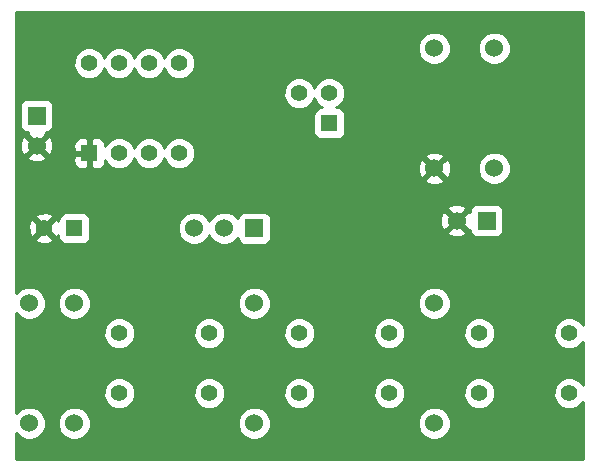
<source format=gbl>
G04 (created by PCBNEW (22-Jun-2014 BZR 4027)-stable) date Fri 01 Jan 2016 12:19:58 PM EST*
%MOIN*%
G04 Gerber Fmt 3.4, Leading zero omitted, Abs format*
%FSLAX34Y34*%
G01*
G70*
G90*
G04 APERTURE LIST*
%ADD10C,0.00590551*%
%ADD11R,0.055X0.055*%
%ADD12C,0.055*%
%ADD13C,0.06*%
%ADD14R,0.06X0.06*%
%ADD15C,0.01*%
G04 APERTURE END LIST*
G54D10*
G54D11*
X57500Y-37500D03*
G54D12*
X57500Y-36500D03*
X56500Y-36500D03*
X65500Y-44500D03*
X65500Y-46500D03*
X62500Y-44500D03*
X62500Y-46500D03*
X56500Y-46500D03*
X56500Y-44500D03*
X59500Y-46500D03*
X59500Y-44500D03*
X53500Y-44500D03*
X53500Y-46500D03*
X50500Y-44500D03*
X50500Y-46500D03*
G54D13*
X61000Y-43500D03*
X61000Y-47500D03*
X55000Y-47500D03*
X55000Y-43500D03*
X49000Y-43500D03*
X49000Y-47500D03*
X47500Y-47500D03*
X47500Y-43500D03*
X61000Y-39000D03*
X61000Y-35000D03*
X63000Y-35000D03*
X63000Y-39000D03*
G54D14*
X55000Y-41000D03*
G54D13*
X54000Y-41000D03*
X53000Y-41000D03*
G54D14*
X62750Y-40750D03*
G54D13*
X61750Y-40750D03*
G54D14*
X47750Y-37250D03*
G54D13*
X47750Y-38250D03*
G54D11*
X49500Y-38500D03*
G54D12*
X50500Y-38500D03*
X51500Y-38500D03*
X52500Y-38500D03*
X52500Y-35500D03*
X51500Y-35500D03*
X50500Y-35500D03*
X49500Y-35500D03*
G54D11*
X49000Y-41000D03*
G54D12*
X48000Y-41000D03*
G54D10*
G36*
X65950Y-48700D02*
X63550Y-48700D01*
X63550Y-38891D01*
X63550Y-34891D01*
X63466Y-34688D01*
X63311Y-34534D01*
X63109Y-34450D01*
X62891Y-34449D01*
X62688Y-34533D01*
X62534Y-34688D01*
X62450Y-34890D01*
X62449Y-35108D01*
X62533Y-35311D01*
X62688Y-35465D01*
X62890Y-35549D01*
X63108Y-35550D01*
X63311Y-35466D01*
X63465Y-35311D01*
X63549Y-35109D01*
X63550Y-34891D01*
X63550Y-38891D01*
X63466Y-38688D01*
X63311Y-38534D01*
X63109Y-38450D01*
X62891Y-38449D01*
X62688Y-38533D01*
X62534Y-38688D01*
X62450Y-38890D01*
X62449Y-39108D01*
X62533Y-39311D01*
X62688Y-39465D01*
X62890Y-39549D01*
X63108Y-39550D01*
X63311Y-39466D01*
X63465Y-39311D01*
X63549Y-39109D01*
X63550Y-38891D01*
X63550Y-48700D01*
X63300Y-48700D01*
X63300Y-41000D01*
X63300Y-40400D01*
X63262Y-40308D01*
X63191Y-40238D01*
X63099Y-40200D01*
X63000Y-40199D01*
X62400Y-40199D01*
X62308Y-40237D01*
X62238Y-40308D01*
X62200Y-40400D01*
X62199Y-40453D01*
X62135Y-40434D01*
X62065Y-40505D01*
X62065Y-40364D01*
X62037Y-40268D01*
X61831Y-40195D01*
X61613Y-40206D01*
X61554Y-40230D01*
X61554Y-39081D01*
X61550Y-38988D01*
X61550Y-34891D01*
X61466Y-34688D01*
X61311Y-34534D01*
X61109Y-34450D01*
X60891Y-34449D01*
X60688Y-34533D01*
X60534Y-34688D01*
X60450Y-34890D01*
X60449Y-35108D01*
X60533Y-35311D01*
X60688Y-35465D01*
X60890Y-35549D01*
X61108Y-35550D01*
X61311Y-35466D01*
X61465Y-35311D01*
X61549Y-35109D01*
X61550Y-34891D01*
X61550Y-38988D01*
X61543Y-38863D01*
X61481Y-38712D01*
X61385Y-38684D01*
X61315Y-38755D01*
X61315Y-38614D01*
X61287Y-38518D01*
X61081Y-38445D01*
X60863Y-38456D01*
X60712Y-38518D01*
X60684Y-38614D01*
X61000Y-38929D01*
X61315Y-38614D01*
X61315Y-38755D01*
X61070Y-39000D01*
X61385Y-39315D01*
X61481Y-39287D01*
X61554Y-39081D01*
X61554Y-40230D01*
X61462Y-40268D01*
X61434Y-40364D01*
X61750Y-40679D01*
X62065Y-40364D01*
X62065Y-40505D01*
X61820Y-40750D01*
X62135Y-41065D01*
X62199Y-41046D01*
X62199Y-41099D01*
X62237Y-41191D01*
X62308Y-41261D01*
X62400Y-41299D01*
X62499Y-41300D01*
X63099Y-41300D01*
X63191Y-41262D01*
X63261Y-41191D01*
X63299Y-41099D01*
X63300Y-41000D01*
X63300Y-48700D01*
X63025Y-48700D01*
X63025Y-46396D01*
X63025Y-44396D01*
X62945Y-44203D01*
X62797Y-44055D01*
X62604Y-43975D01*
X62396Y-43974D01*
X62203Y-44054D01*
X62065Y-44192D01*
X62065Y-41135D01*
X61750Y-40820D01*
X61679Y-40891D01*
X61679Y-40750D01*
X61364Y-40434D01*
X61315Y-40448D01*
X61315Y-39385D01*
X61000Y-39070D01*
X60929Y-39141D01*
X60929Y-39000D01*
X60614Y-38684D01*
X60518Y-38712D01*
X60445Y-38918D01*
X60456Y-39136D01*
X60518Y-39287D01*
X60614Y-39315D01*
X60929Y-39000D01*
X60929Y-39141D01*
X60684Y-39385D01*
X60712Y-39481D01*
X60918Y-39554D01*
X61136Y-39543D01*
X61287Y-39481D01*
X61315Y-39385D01*
X61315Y-40448D01*
X61268Y-40462D01*
X61195Y-40668D01*
X61206Y-40886D01*
X61268Y-41037D01*
X61364Y-41065D01*
X61679Y-40750D01*
X61679Y-40891D01*
X61434Y-41135D01*
X61462Y-41231D01*
X61668Y-41304D01*
X61886Y-41293D01*
X62037Y-41231D01*
X62065Y-41135D01*
X62065Y-44192D01*
X62055Y-44202D01*
X61975Y-44395D01*
X61974Y-44603D01*
X62054Y-44797D01*
X62202Y-44944D01*
X62395Y-45024D01*
X62603Y-45025D01*
X62797Y-44945D01*
X62944Y-44797D01*
X63024Y-44604D01*
X63025Y-44396D01*
X63025Y-46396D01*
X62945Y-46203D01*
X62797Y-46055D01*
X62604Y-45975D01*
X62396Y-45974D01*
X62203Y-46054D01*
X62055Y-46202D01*
X61975Y-46395D01*
X61974Y-46603D01*
X62054Y-46797D01*
X62202Y-46944D01*
X62395Y-47024D01*
X62603Y-47025D01*
X62797Y-46945D01*
X62944Y-46797D01*
X63024Y-46604D01*
X63025Y-46396D01*
X63025Y-48700D01*
X61550Y-48700D01*
X61550Y-47391D01*
X61550Y-43391D01*
X61466Y-43188D01*
X61311Y-43034D01*
X61109Y-42950D01*
X60891Y-42949D01*
X60688Y-43033D01*
X60534Y-43188D01*
X60450Y-43390D01*
X60449Y-43608D01*
X60533Y-43811D01*
X60688Y-43965D01*
X60890Y-44049D01*
X61108Y-44050D01*
X61311Y-43966D01*
X61465Y-43811D01*
X61549Y-43609D01*
X61550Y-43391D01*
X61550Y-47391D01*
X61466Y-47188D01*
X61311Y-47034D01*
X61109Y-46950D01*
X60891Y-46949D01*
X60688Y-47033D01*
X60534Y-47188D01*
X60450Y-47390D01*
X60449Y-47608D01*
X60533Y-47811D01*
X60688Y-47965D01*
X60890Y-48049D01*
X61108Y-48050D01*
X61311Y-47966D01*
X61465Y-47811D01*
X61549Y-47609D01*
X61550Y-47391D01*
X61550Y-48700D01*
X60025Y-48700D01*
X60025Y-46396D01*
X60025Y-44396D01*
X59945Y-44203D01*
X59797Y-44055D01*
X59604Y-43975D01*
X59396Y-43974D01*
X59203Y-44054D01*
X59055Y-44202D01*
X58975Y-44395D01*
X58974Y-44603D01*
X59054Y-44797D01*
X59202Y-44944D01*
X59395Y-45024D01*
X59603Y-45025D01*
X59797Y-44945D01*
X59944Y-44797D01*
X60024Y-44604D01*
X60025Y-44396D01*
X60025Y-46396D01*
X59945Y-46203D01*
X59797Y-46055D01*
X59604Y-45975D01*
X59396Y-45974D01*
X59203Y-46054D01*
X59055Y-46202D01*
X58975Y-46395D01*
X58974Y-46603D01*
X59054Y-46797D01*
X59202Y-46944D01*
X59395Y-47024D01*
X59603Y-47025D01*
X59797Y-46945D01*
X59944Y-46797D01*
X60024Y-46604D01*
X60025Y-46396D01*
X60025Y-48700D01*
X58025Y-48700D01*
X58025Y-36396D01*
X57945Y-36203D01*
X57797Y-36055D01*
X57604Y-35975D01*
X57396Y-35974D01*
X57203Y-36054D01*
X57055Y-36202D01*
X56999Y-36335D01*
X56945Y-36203D01*
X56797Y-36055D01*
X56604Y-35975D01*
X56396Y-35974D01*
X56203Y-36054D01*
X56055Y-36202D01*
X55975Y-36395D01*
X55974Y-36603D01*
X56054Y-36797D01*
X56202Y-36944D01*
X56395Y-37024D01*
X56603Y-37025D01*
X56797Y-36945D01*
X56944Y-36797D01*
X57000Y-36664D01*
X57054Y-36797D01*
X57202Y-36944D01*
X57274Y-36974D01*
X57175Y-36974D01*
X57083Y-37012D01*
X57013Y-37083D01*
X56975Y-37175D01*
X56974Y-37274D01*
X56974Y-37824D01*
X57012Y-37916D01*
X57083Y-37986D01*
X57175Y-38024D01*
X57274Y-38025D01*
X57824Y-38025D01*
X57916Y-37987D01*
X57986Y-37916D01*
X58024Y-37824D01*
X58025Y-37725D01*
X58025Y-37175D01*
X57987Y-37083D01*
X57916Y-37013D01*
X57824Y-36975D01*
X57725Y-36974D01*
X57725Y-36974D01*
X57797Y-36945D01*
X57944Y-36797D01*
X58024Y-36604D01*
X58025Y-36396D01*
X58025Y-48700D01*
X57025Y-48700D01*
X57025Y-46396D01*
X57025Y-44396D01*
X56945Y-44203D01*
X56797Y-44055D01*
X56604Y-43975D01*
X56396Y-43974D01*
X56203Y-44054D01*
X56055Y-44202D01*
X55975Y-44395D01*
X55974Y-44603D01*
X56054Y-44797D01*
X56202Y-44944D01*
X56395Y-45024D01*
X56603Y-45025D01*
X56797Y-44945D01*
X56944Y-44797D01*
X57024Y-44604D01*
X57025Y-44396D01*
X57025Y-46396D01*
X56945Y-46203D01*
X56797Y-46055D01*
X56604Y-45975D01*
X56396Y-45974D01*
X56203Y-46054D01*
X56055Y-46202D01*
X55975Y-46395D01*
X55974Y-46603D01*
X56054Y-46797D01*
X56202Y-46944D01*
X56395Y-47024D01*
X56603Y-47025D01*
X56797Y-46945D01*
X56944Y-46797D01*
X57024Y-46604D01*
X57025Y-46396D01*
X57025Y-48700D01*
X55550Y-48700D01*
X55550Y-47391D01*
X55550Y-43391D01*
X55550Y-43390D01*
X55550Y-41250D01*
X55550Y-40650D01*
X55512Y-40558D01*
X55441Y-40488D01*
X55349Y-40450D01*
X55250Y-40449D01*
X54650Y-40449D01*
X54558Y-40487D01*
X54488Y-40558D01*
X54450Y-40650D01*
X54450Y-40672D01*
X54311Y-40534D01*
X54109Y-40450D01*
X53891Y-40449D01*
X53688Y-40533D01*
X53534Y-40688D01*
X53500Y-40769D01*
X53466Y-40688D01*
X53311Y-40534D01*
X53109Y-40450D01*
X53025Y-40450D01*
X53025Y-38396D01*
X53025Y-35396D01*
X52945Y-35203D01*
X52797Y-35055D01*
X52604Y-34975D01*
X52396Y-34974D01*
X52203Y-35054D01*
X52055Y-35202D01*
X51999Y-35335D01*
X51945Y-35203D01*
X51797Y-35055D01*
X51604Y-34975D01*
X51396Y-34974D01*
X51203Y-35054D01*
X51055Y-35202D01*
X50999Y-35335D01*
X50945Y-35203D01*
X50797Y-35055D01*
X50604Y-34975D01*
X50396Y-34974D01*
X50203Y-35054D01*
X50055Y-35202D01*
X49999Y-35335D01*
X49945Y-35203D01*
X49797Y-35055D01*
X49604Y-34975D01*
X49396Y-34974D01*
X49203Y-35054D01*
X49055Y-35202D01*
X48975Y-35395D01*
X48974Y-35603D01*
X49054Y-35797D01*
X49202Y-35944D01*
X49395Y-36024D01*
X49603Y-36025D01*
X49797Y-35945D01*
X49944Y-35797D01*
X50000Y-35664D01*
X50054Y-35797D01*
X50202Y-35944D01*
X50395Y-36024D01*
X50603Y-36025D01*
X50797Y-35945D01*
X50944Y-35797D01*
X51000Y-35664D01*
X51054Y-35797D01*
X51202Y-35944D01*
X51395Y-36024D01*
X51603Y-36025D01*
X51797Y-35945D01*
X51944Y-35797D01*
X52000Y-35664D01*
X52054Y-35797D01*
X52202Y-35944D01*
X52395Y-36024D01*
X52603Y-36025D01*
X52797Y-35945D01*
X52944Y-35797D01*
X53024Y-35604D01*
X53025Y-35396D01*
X53025Y-38396D01*
X52945Y-38203D01*
X52797Y-38055D01*
X52604Y-37975D01*
X52396Y-37974D01*
X52203Y-38054D01*
X52055Y-38202D01*
X51999Y-38335D01*
X51945Y-38203D01*
X51797Y-38055D01*
X51604Y-37975D01*
X51396Y-37974D01*
X51203Y-38054D01*
X51055Y-38202D01*
X50999Y-38335D01*
X50945Y-38203D01*
X50797Y-38055D01*
X50604Y-37975D01*
X50396Y-37974D01*
X50203Y-38054D01*
X50055Y-38202D01*
X50025Y-38274D01*
X50025Y-38274D01*
X50024Y-38175D01*
X49986Y-38083D01*
X49916Y-38012D01*
X49824Y-37974D01*
X49612Y-37975D01*
X49550Y-38037D01*
X49550Y-38450D01*
X49557Y-38450D01*
X49557Y-38550D01*
X49550Y-38550D01*
X49550Y-38962D01*
X49612Y-39025D01*
X49824Y-39025D01*
X49916Y-38987D01*
X49986Y-38916D01*
X50024Y-38824D01*
X50025Y-38725D01*
X50025Y-38725D01*
X50054Y-38797D01*
X50202Y-38944D01*
X50395Y-39024D01*
X50603Y-39025D01*
X50797Y-38945D01*
X50944Y-38797D01*
X51000Y-38664D01*
X51054Y-38797D01*
X51202Y-38944D01*
X51395Y-39024D01*
X51603Y-39025D01*
X51797Y-38945D01*
X51944Y-38797D01*
X52000Y-38664D01*
X52054Y-38797D01*
X52202Y-38944D01*
X52395Y-39024D01*
X52603Y-39025D01*
X52797Y-38945D01*
X52944Y-38797D01*
X53024Y-38604D01*
X53025Y-38396D01*
X53025Y-40450D01*
X52891Y-40449D01*
X52688Y-40533D01*
X52534Y-40688D01*
X52450Y-40890D01*
X52449Y-41108D01*
X52533Y-41311D01*
X52688Y-41465D01*
X52890Y-41549D01*
X53108Y-41550D01*
X53311Y-41466D01*
X53465Y-41311D01*
X53499Y-41230D01*
X53533Y-41311D01*
X53688Y-41465D01*
X53890Y-41549D01*
X54108Y-41550D01*
X54311Y-41466D01*
X54449Y-41327D01*
X54449Y-41349D01*
X54487Y-41441D01*
X54558Y-41511D01*
X54650Y-41549D01*
X54749Y-41550D01*
X55349Y-41550D01*
X55441Y-41512D01*
X55511Y-41441D01*
X55549Y-41349D01*
X55550Y-41250D01*
X55550Y-43390D01*
X55466Y-43188D01*
X55311Y-43034D01*
X55109Y-42950D01*
X54891Y-42949D01*
X54688Y-43033D01*
X54534Y-43188D01*
X54450Y-43390D01*
X54449Y-43608D01*
X54533Y-43811D01*
X54688Y-43965D01*
X54890Y-44049D01*
X55108Y-44050D01*
X55311Y-43966D01*
X55465Y-43811D01*
X55549Y-43609D01*
X55550Y-43391D01*
X55550Y-47391D01*
X55466Y-47188D01*
X55311Y-47034D01*
X55109Y-46950D01*
X54891Y-46949D01*
X54688Y-47033D01*
X54534Y-47188D01*
X54450Y-47390D01*
X54449Y-47608D01*
X54533Y-47811D01*
X54688Y-47965D01*
X54890Y-48049D01*
X55108Y-48050D01*
X55311Y-47966D01*
X55465Y-47811D01*
X55549Y-47609D01*
X55550Y-47391D01*
X55550Y-48700D01*
X54025Y-48700D01*
X54025Y-46396D01*
X54025Y-44396D01*
X53945Y-44203D01*
X53797Y-44055D01*
X53604Y-43975D01*
X53396Y-43974D01*
X53203Y-44054D01*
X53055Y-44202D01*
X52975Y-44395D01*
X52974Y-44603D01*
X53054Y-44797D01*
X53202Y-44944D01*
X53395Y-45024D01*
X53603Y-45025D01*
X53797Y-44945D01*
X53944Y-44797D01*
X54024Y-44604D01*
X54025Y-44396D01*
X54025Y-46396D01*
X53945Y-46203D01*
X53797Y-46055D01*
X53604Y-45975D01*
X53396Y-45974D01*
X53203Y-46054D01*
X53055Y-46202D01*
X52975Y-46395D01*
X52974Y-46603D01*
X53054Y-46797D01*
X53202Y-46944D01*
X53395Y-47024D01*
X53603Y-47025D01*
X53797Y-46945D01*
X53944Y-46797D01*
X54024Y-46604D01*
X54025Y-46396D01*
X54025Y-48700D01*
X51025Y-48700D01*
X51025Y-46396D01*
X51025Y-44396D01*
X50945Y-44203D01*
X50797Y-44055D01*
X50604Y-43975D01*
X50396Y-43974D01*
X50203Y-44054D01*
X50055Y-44202D01*
X49975Y-44395D01*
X49974Y-44603D01*
X50054Y-44797D01*
X50202Y-44944D01*
X50395Y-45024D01*
X50603Y-45025D01*
X50797Y-44945D01*
X50944Y-44797D01*
X51024Y-44604D01*
X51025Y-44396D01*
X51025Y-46396D01*
X50945Y-46203D01*
X50797Y-46055D01*
X50604Y-45975D01*
X50396Y-45974D01*
X50203Y-46054D01*
X50055Y-46202D01*
X49975Y-46395D01*
X49974Y-46603D01*
X50054Y-46797D01*
X50202Y-46944D01*
X50395Y-47024D01*
X50603Y-47025D01*
X50797Y-46945D01*
X50944Y-46797D01*
X51024Y-46604D01*
X51025Y-46396D01*
X51025Y-48700D01*
X49550Y-48700D01*
X49550Y-47391D01*
X49550Y-43391D01*
X49525Y-43330D01*
X49525Y-41225D01*
X49525Y-40675D01*
X49487Y-40583D01*
X49450Y-40546D01*
X49450Y-38962D01*
X49450Y-38550D01*
X49450Y-38450D01*
X49450Y-38037D01*
X49387Y-37975D01*
X49175Y-37974D01*
X49083Y-38012D01*
X49013Y-38083D01*
X48975Y-38175D01*
X48974Y-38274D01*
X48975Y-38387D01*
X49037Y-38450D01*
X49450Y-38450D01*
X49450Y-38550D01*
X49037Y-38550D01*
X48975Y-38612D01*
X48974Y-38725D01*
X48975Y-38824D01*
X49013Y-38916D01*
X49083Y-38987D01*
X49175Y-39025D01*
X49387Y-39025D01*
X49450Y-38962D01*
X49450Y-40546D01*
X49416Y-40513D01*
X49324Y-40475D01*
X49225Y-40474D01*
X48675Y-40474D01*
X48583Y-40512D01*
X48513Y-40583D01*
X48475Y-40675D01*
X48474Y-40762D01*
X48460Y-40727D01*
X48367Y-40702D01*
X48304Y-40765D01*
X48304Y-38331D01*
X48300Y-38237D01*
X48300Y-37500D01*
X48300Y-36900D01*
X48262Y-36808D01*
X48191Y-36738D01*
X48099Y-36700D01*
X48000Y-36699D01*
X47400Y-36699D01*
X47308Y-36737D01*
X47238Y-36808D01*
X47200Y-36900D01*
X47199Y-36999D01*
X47199Y-37599D01*
X47237Y-37691D01*
X47308Y-37761D01*
X47400Y-37799D01*
X47453Y-37800D01*
X47434Y-37864D01*
X47750Y-38179D01*
X48065Y-37864D01*
X48046Y-37800D01*
X48099Y-37800D01*
X48191Y-37762D01*
X48261Y-37691D01*
X48299Y-37599D01*
X48300Y-37500D01*
X48300Y-38237D01*
X48293Y-38113D01*
X48231Y-37962D01*
X48135Y-37934D01*
X47820Y-38250D01*
X48135Y-38565D01*
X48231Y-38537D01*
X48304Y-38331D01*
X48304Y-40765D01*
X48297Y-40773D01*
X48297Y-40632D01*
X48272Y-40539D01*
X48075Y-40470D01*
X48065Y-40470D01*
X48065Y-38635D01*
X47750Y-38320D01*
X47679Y-38391D01*
X47679Y-38250D01*
X47364Y-37934D01*
X47268Y-37962D01*
X47195Y-38168D01*
X47206Y-38386D01*
X47268Y-38537D01*
X47364Y-38565D01*
X47679Y-38250D01*
X47679Y-38391D01*
X47434Y-38635D01*
X47462Y-38731D01*
X47668Y-38804D01*
X47886Y-38793D01*
X48037Y-38731D01*
X48065Y-38635D01*
X48065Y-40470D01*
X47867Y-40481D01*
X47727Y-40539D01*
X47702Y-40632D01*
X48000Y-40929D01*
X48297Y-40632D01*
X48297Y-40773D01*
X48070Y-41000D01*
X48367Y-41297D01*
X48460Y-41272D01*
X48474Y-41231D01*
X48474Y-41324D01*
X48512Y-41416D01*
X48583Y-41486D01*
X48675Y-41524D01*
X48774Y-41525D01*
X49324Y-41525D01*
X49416Y-41487D01*
X49486Y-41416D01*
X49524Y-41324D01*
X49525Y-41225D01*
X49525Y-43330D01*
X49466Y-43188D01*
X49311Y-43034D01*
X49109Y-42950D01*
X48891Y-42949D01*
X48688Y-43033D01*
X48534Y-43188D01*
X48450Y-43390D01*
X48449Y-43608D01*
X48533Y-43811D01*
X48688Y-43965D01*
X48890Y-44049D01*
X49108Y-44050D01*
X49311Y-43966D01*
X49465Y-43811D01*
X49549Y-43609D01*
X49550Y-43391D01*
X49550Y-47391D01*
X49466Y-47188D01*
X49311Y-47034D01*
X49109Y-46950D01*
X48891Y-46949D01*
X48688Y-47033D01*
X48534Y-47188D01*
X48450Y-47390D01*
X48449Y-47608D01*
X48533Y-47811D01*
X48688Y-47965D01*
X48890Y-48049D01*
X49108Y-48050D01*
X49311Y-47966D01*
X49465Y-47811D01*
X49549Y-47609D01*
X49550Y-47391D01*
X49550Y-48700D01*
X48297Y-48700D01*
X48297Y-41367D01*
X48000Y-41070D01*
X47929Y-41141D01*
X47929Y-41000D01*
X47632Y-40702D01*
X47539Y-40727D01*
X47470Y-40924D01*
X47481Y-41132D01*
X47539Y-41272D01*
X47632Y-41297D01*
X47929Y-41000D01*
X47929Y-41141D01*
X47702Y-41367D01*
X47727Y-41460D01*
X47924Y-41529D01*
X48132Y-41518D01*
X48272Y-41460D01*
X48297Y-41367D01*
X48297Y-48700D01*
X47050Y-48700D01*
X47050Y-48000D01*
X47050Y-47827D01*
X47188Y-47965D01*
X47390Y-48049D01*
X47608Y-48050D01*
X47811Y-47966D01*
X47965Y-47811D01*
X48049Y-47609D01*
X48050Y-47391D01*
X47966Y-47188D01*
X47811Y-47034D01*
X47609Y-46950D01*
X47391Y-46949D01*
X47188Y-47033D01*
X47050Y-47172D01*
X47050Y-43827D01*
X47188Y-43965D01*
X47390Y-44049D01*
X47608Y-44050D01*
X47811Y-43966D01*
X47965Y-43811D01*
X48049Y-43609D01*
X48050Y-43391D01*
X47966Y-43188D01*
X47811Y-43034D01*
X47609Y-42950D01*
X47391Y-42949D01*
X47188Y-43033D01*
X47050Y-43172D01*
X47050Y-34500D01*
X47050Y-34000D01*
X47050Y-33800D01*
X65750Y-33800D01*
X65950Y-33800D01*
X65950Y-34000D01*
X65950Y-34500D01*
X65950Y-44214D01*
X65945Y-44203D01*
X65797Y-44055D01*
X65604Y-43975D01*
X65396Y-43974D01*
X65203Y-44054D01*
X65055Y-44202D01*
X64975Y-44395D01*
X64974Y-44603D01*
X65054Y-44797D01*
X65202Y-44944D01*
X65395Y-45024D01*
X65603Y-45025D01*
X65797Y-44945D01*
X65944Y-44797D01*
X65950Y-44785D01*
X65950Y-46214D01*
X65945Y-46203D01*
X65797Y-46055D01*
X65604Y-45975D01*
X65396Y-45974D01*
X65203Y-46054D01*
X65055Y-46202D01*
X64975Y-46395D01*
X64974Y-46603D01*
X65054Y-46797D01*
X65202Y-46944D01*
X65395Y-47024D01*
X65603Y-47025D01*
X65797Y-46945D01*
X65944Y-46797D01*
X65950Y-46785D01*
X65950Y-48000D01*
X65950Y-48700D01*
X65950Y-48700D01*
G37*
G54D15*
X65950Y-48700D02*
X63550Y-48700D01*
X63550Y-38891D01*
X63550Y-34891D01*
X63466Y-34688D01*
X63311Y-34534D01*
X63109Y-34450D01*
X62891Y-34449D01*
X62688Y-34533D01*
X62534Y-34688D01*
X62450Y-34890D01*
X62449Y-35108D01*
X62533Y-35311D01*
X62688Y-35465D01*
X62890Y-35549D01*
X63108Y-35550D01*
X63311Y-35466D01*
X63465Y-35311D01*
X63549Y-35109D01*
X63550Y-34891D01*
X63550Y-38891D01*
X63466Y-38688D01*
X63311Y-38534D01*
X63109Y-38450D01*
X62891Y-38449D01*
X62688Y-38533D01*
X62534Y-38688D01*
X62450Y-38890D01*
X62449Y-39108D01*
X62533Y-39311D01*
X62688Y-39465D01*
X62890Y-39549D01*
X63108Y-39550D01*
X63311Y-39466D01*
X63465Y-39311D01*
X63549Y-39109D01*
X63550Y-38891D01*
X63550Y-48700D01*
X63300Y-48700D01*
X63300Y-41000D01*
X63300Y-40400D01*
X63262Y-40308D01*
X63191Y-40238D01*
X63099Y-40200D01*
X63000Y-40199D01*
X62400Y-40199D01*
X62308Y-40237D01*
X62238Y-40308D01*
X62200Y-40400D01*
X62199Y-40453D01*
X62135Y-40434D01*
X62065Y-40505D01*
X62065Y-40364D01*
X62037Y-40268D01*
X61831Y-40195D01*
X61613Y-40206D01*
X61554Y-40230D01*
X61554Y-39081D01*
X61550Y-38988D01*
X61550Y-34891D01*
X61466Y-34688D01*
X61311Y-34534D01*
X61109Y-34450D01*
X60891Y-34449D01*
X60688Y-34533D01*
X60534Y-34688D01*
X60450Y-34890D01*
X60449Y-35108D01*
X60533Y-35311D01*
X60688Y-35465D01*
X60890Y-35549D01*
X61108Y-35550D01*
X61311Y-35466D01*
X61465Y-35311D01*
X61549Y-35109D01*
X61550Y-34891D01*
X61550Y-38988D01*
X61543Y-38863D01*
X61481Y-38712D01*
X61385Y-38684D01*
X61315Y-38755D01*
X61315Y-38614D01*
X61287Y-38518D01*
X61081Y-38445D01*
X60863Y-38456D01*
X60712Y-38518D01*
X60684Y-38614D01*
X61000Y-38929D01*
X61315Y-38614D01*
X61315Y-38755D01*
X61070Y-39000D01*
X61385Y-39315D01*
X61481Y-39287D01*
X61554Y-39081D01*
X61554Y-40230D01*
X61462Y-40268D01*
X61434Y-40364D01*
X61750Y-40679D01*
X62065Y-40364D01*
X62065Y-40505D01*
X61820Y-40750D01*
X62135Y-41065D01*
X62199Y-41046D01*
X62199Y-41099D01*
X62237Y-41191D01*
X62308Y-41261D01*
X62400Y-41299D01*
X62499Y-41300D01*
X63099Y-41300D01*
X63191Y-41262D01*
X63261Y-41191D01*
X63299Y-41099D01*
X63300Y-41000D01*
X63300Y-48700D01*
X63025Y-48700D01*
X63025Y-46396D01*
X63025Y-44396D01*
X62945Y-44203D01*
X62797Y-44055D01*
X62604Y-43975D01*
X62396Y-43974D01*
X62203Y-44054D01*
X62065Y-44192D01*
X62065Y-41135D01*
X61750Y-40820D01*
X61679Y-40891D01*
X61679Y-40750D01*
X61364Y-40434D01*
X61315Y-40448D01*
X61315Y-39385D01*
X61000Y-39070D01*
X60929Y-39141D01*
X60929Y-39000D01*
X60614Y-38684D01*
X60518Y-38712D01*
X60445Y-38918D01*
X60456Y-39136D01*
X60518Y-39287D01*
X60614Y-39315D01*
X60929Y-39000D01*
X60929Y-39141D01*
X60684Y-39385D01*
X60712Y-39481D01*
X60918Y-39554D01*
X61136Y-39543D01*
X61287Y-39481D01*
X61315Y-39385D01*
X61315Y-40448D01*
X61268Y-40462D01*
X61195Y-40668D01*
X61206Y-40886D01*
X61268Y-41037D01*
X61364Y-41065D01*
X61679Y-40750D01*
X61679Y-40891D01*
X61434Y-41135D01*
X61462Y-41231D01*
X61668Y-41304D01*
X61886Y-41293D01*
X62037Y-41231D01*
X62065Y-41135D01*
X62065Y-44192D01*
X62055Y-44202D01*
X61975Y-44395D01*
X61974Y-44603D01*
X62054Y-44797D01*
X62202Y-44944D01*
X62395Y-45024D01*
X62603Y-45025D01*
X62797Y-44945D01*
X62944Y-44797D01*
X63024Y-44604D01*
X63025Y-44396D01*
X63025Y-46396D01*
X62945Y-46203D01*
X62797Y-46055D01*
X62604Y-45975D01*
X62396Y-45974D01*
X62203Y-46054D01*
X62055Y-46202D01*
X61975Y-46395D01*
X61974Y-46603D01*
X62054Y-46797D01*
X62202Y-46944D01*
X62395Y-47024D01*
X62603Y-47025D01*
X62797Y-46945D01*
X62944Y-46797D01*
X63024Y-46604D01*
X63025Y-46396D01*
X63025Y-48700D01*
X61550Y-48700D01*
X61550Y-47391D01*
X61550Y-43391D01*
X61466Y-43188D01*
X61311Y-43034D01*
X61109Y-42950D01*
X60891Y-42949D01*
X60688Y-43033D01*
X60534Y-43188D01*
X60450Y-43390D01*
X60449Y-43608D01*
X60533Y-43811D01*
X60688Y-43965D01*
X60890Y-44049D01*
X61108Y-44050D01*
X61311Y-43966D01*
X61465Y-43811D01*
X61549Y-43609D01*
X61550Y-43391D01*
X61550Y-47391D01*
X61466Y-47188D01*
X61311Y-47034D01*
X61109Y-46950D01*
X60891Y-46949D01*
X60688Y-47033D01*
X60534Y-47188D01*
X60450Y-47390D01*
X60449Y-47608D01*
X60533Y-47811D01*
X60688Y-47965D01*
X60890Y-48049D01*
X61108Y-48050D01*
X61311Y-47966D01*
X61465Y-47811D01*
X61549Y-47609D01*
X61550Y-47391D01*
X61550Y-48700D01*
X60025Y-48700D01*
X60025Y-46396D01*
X60025Y-44396D01*
X59945Y-44203D01*
X59797Y-44055D01*
X59604Y-43975D01*
X59396Y-43974D01*
X59203Y-44054D01*
X59055Y-44202D01*
X58975Y-44395D01*
X58974Y-44603D01*
X59054Y-44797D01*
X59202Y-44944D01*
X59395Y-45024D01*
X59603Y-45025D01*
X59797Y-44945D01*
X59944Y-44797D01*
X60024Y-44604D01*
X60025Y-44396D01*
X60025Y-46396D01*
X59945Y-46203D01*
X59797Y-46055D01*
X59604Y-45975D01*
X59396Y-45974D01*
X59203Y-46054D01*
X59055Y-46202D01*
X58975Y-46395D01*
X58974Y-46603D01*
X59054Y-46797D01*
X59202Y-46944D01*
X59395Y-47024D01*
X59603Y-47025D01*
X59797Y-46945D01*
X59944Y-46797D01*
X60024Y-46604D01*
X60025Y-46396D01*
X60025Y-48700D01*
X58025Y-48700D01*
X58025Y-36396D01*
X57945Y-36203D01*
X57797Y-36055D01*
X57604Y-35975D01*
X57396Y-35974D01*
X57203Y-36054D01*
X57055Y-36202D01*
X56999Y-36335D01*
X56945Y-36203D01*
X56797Y-36055D01*
X56604Y-35975D01*
X56396Y-35974D01*
X56203Y-36054D01*
X56055Y-36202D01*
X55975Y-36395D01*
X55974Y-36603D01*
X56054Y-36797D01*
X56202Y-36944D01*
X56395Y-37024D01*
X56603Y-37025D01*
X56797Y-36945D01*
X56944Y-36797D01*
X57000Y-36664D01*
X57054Y-36797D01*
X57202Y-36944D01*
X57274Y-36974D01*
X57175Y-36974D01*
X57083Y-37012D01*
X57013Y-37083D01*
X56975Y-37175D01*
X56974Y-37274D01*
X56974Y-37824D01*
X57012Y-37916D01*
X57083Y-37986D01*
X57175Y-38024D01*
X57274Y-38025D01*
X57824Y-38025D01*
X57916Y-37987D01*
X57986Y-37916D01*
X58024Y-37824D01*
X58025Y-37725D01*
X58025Y-37175D01*
X57987Y-37083D01*
X57916Y-37013D01*
X57824Y-36975D01*
X57725Y-36974D01*
X57725Y-36974D01*
X57797Y-36945D01*
X57944Y-36797D01*
X58024Y-36604D01*
X58025Y-36396D01*
X58025Y-48700D01*
X57025Y-48700D01*
X57025Y-46396D01*
X57025Y-44396D01*
X56945Y-44203D01*
X56797Y-44055D01*
X56604Y-43975D01*
X56396Y-43974D01*
X56203Y-44054D01*
X56055Y-44202D01*
X55975Y-44395D01*
X55974Y-44603D01*
X56054Y-44797D01*
X56202Y-44944D01*
X56395Y-45024D01*
X56603Y-45025D01*
X56797Y-44945D01*
X56944Y-44797D01*
X57024Y-44604D01*
X57025Y-44396D01*
X57025Y-46396D01*
X56945Y-46203D01*
X56797Y-46055D01*
X56604Y-45975D01*
X56396Y-45974D01*
X56203Y-46054D01*
X56055Y-46202D01*
X55975Y-46395D01*
X55974Y-46603D01*
X56054Y-46797D01*
X56202Y-46944D01*
X56395Y-47024D01*
X56603Y-47025D01*
X56797Y-46945D01*
X56944Y-46797D01*
X57024Y-46604D01*
X57025Y-46396D01*
X57025Y-48700D01*
X55550Y-48700D01*
X55550Y-47391D01*
X55550Y-43391D01*
X55550Y-43390D01*
X55550Y-41250D01*
X55550Y-40650D01*
X55512Y-40558D01*
X55441Y-40488D01*
X55349Y-40450D01*
X55250Y-40449D01*
X54650Y-40449D01*
X54558Y-40487D01*
X54488Y-40558D01*
X54450Y-40650D01*
X54450Y-40672D01*
X54311Y-40534D01*
X54109Y-40450D01*
X53891Y-40449D01*
X53688Y-40533D01*
X53534Y-40688D01*
X53500Y-40769D01*
X53466Y-40688D01*
X53311Y-40534D01*
X53109Y-40450D01*
X53025Y-40450D01*
X53025Y-38396D01*
X53025Y-35396D01*
X52945Y-35203D01*
X52797Y-35055D01*
X52604Y-34975D01*
X52396Y-34974D01*
X52203Y-35054D01*
X52055Y-35202D01*
X51999Y-35335D01*
X51945Y-35203D01*
X51797Y-35055D01*
X51604Y-34975D01*
X51396Y-34974D01*
X51203Y-35054D01*
X51055Y-35202D01*
X50999Y-35335D01*
X50945Y-35203D01*
X50797Y-35055D01*
X50604Y-34975D01*
X50396Y-34974D01*
X50203Y-35054D01*
X50055Y-35202D01*
X49999Y-35335D01*
X49945Y-35203D01*
X49797Y-35055D01*
X49604Y-34975D01*
X49396Y-34974D01*
X49203Y-35054D01*
X49055Y-35202D01*
X48975Y-35395D01*
X48974Y-35603D01*
X49054Y-35797D01*
X49202Y-35944D01*
X49395Y-36024D01*
X49603Y-36025D01*
X49797Y-35945D01*
X49944Y-35797D01*
X50000Y-35664D01*
X50054Y-35797D01*
X50202Y-35944D01*
X50395Y-36024D01*
X50603Y-36025D01*
X50797Y-35945D01*
X50944Y-35797D01*
X51000Y-35664D01*
X51054Y-35797D01*
X51202Y-35944D01*
X51395Y-36024D01*
X51603Y-36025D01*
X51797Y-35945D01*
X51944Y-35797D01*
X52000Y-35664D01*
X52054Y-35797D01*
X52202Y-35944D01*
X52395Y-36024D01*
X52603Y-36025D01*
X52797Y-35945D01*
X52944Y-35797D01*
X53024Y-35604D01*
X53025Y-35396D01*
X53025Y-38396D01*
X52945Y-38203D01*
X52797Y-38055D01*
X52604Y-37975D01*
X52396Y-37974D01*
X52203Y-38054D01*
X52055Y-38202D01*
X51999Y-38335D01*
X51945Y-38203D01*
X51797Y-38055D01*
X51604Y-37975D01*
X51396Y-37974D01*
X51203Y-38054D01*
X51055Y-38202D01*
X50999Y-38335D01*
X50945Y-38203D01*
X50797Y-38055D01*
X50604Y-37975D01*
X50396Y-37974D01*
X50203Y-38054D01*
X50055Y-38202D01*
X50025Y-38274D01*
X50025Y-38274D01*
X50024Y-38175D01*
X49986Y-38083D01*
X49916Y-38012D01*
X49824Y-37974D01*
X49612Y-37975D01*
X49550Y-38037D01*
X49550Y-38450D01*
X49557Y-38450D01*
X49557Y-38550D01*
X49550Y-38550D01*
X49550Y-38962D01*
X49612Y-39025D01*
X49824Y-39025D01*
X49916Y-38987D01*
X49986Y-38916D01*
X50024Y-38824D01*
X50025Y-38725D01*
X50025Y-38725D01*
X50054Y-38797D01*
X50202Y-38944D01*
X50395Y-39024D01*
X50603Y-39025D01*
X50797Y-38945D01*
X50944Y-38797D01*
X51000Y-38664D01*
X51054Y-38797D01*
X51202Y-38944D01*
X51395Y-39024D01*
X51603Y-39025D01*
X51797Y-38945D01*
X51944Y-38797D01*
X52000Y-38664D01*
X52054Y-38797D01*
X52202Y-38944D01*
X52395Y-39024D01*
X52603Y-39025D01*
X52797Y-38945D01*
X52944Y-38797D01*
X53024Y-38604D01*
X53025Y-38396D01*
X53025Y-40450D01*
X52891Y-40449D01*
X52688Y-40533D01*
X52534Y-40688D01*
X52450Y-40890D01*
X52449Y-41108D01*
X52533Y-41311D01*
X52688Y-41465D01*
X52890Y-41549D01*
X53108Y-41550D01*
X53311Y-41466D01*
X53465Y-41311D01*
X53499Y-41230D01*
X53533Y-41311D01*
X53688Y-41465D01*
X53890Y-41549D01*
X54108Y-41550D01*
X54311Y-41466D01*
X54449Y-41327D01*
X54449Y-41349D01*
X54487Y-41441D01*
X54558Y-41511D01*
X54650Y-41549D01*
X54749Y-41550D01*
X55349Y-41550D01*
X55441Y-41512D01*
X55511Y-41441D01*
X55549Y-41349D01*
X55550Y-41250D01*
X55550Y-43390D01*
X55466Y-43188D01*
X55311Y-43034D01*
X55109Y-42950D01*
X54891Y-42949D01*
X54688Y-43033D01*
X54534Y-43188D01*
X54450Y-43390D01*
X54449Y-43608D01*
X54533Y-43811D01*
X54688Y-43965D01*
X54890Y-44049D01*
X55108Y-44050D01*
X55311Y-43966D01*
X55465Y-43811D01*
X55549Y-43609D01*
X55550Y-43391D01*
X55550Y-47391D01*
X55466Y-47188D01*
X55311Y-47034D01*
X55109Y-46950D01*
X54891Y-46949D01*
X54688Y-47033D01*
X54534Y-47188D01*
X54450Y-47390D01*
X54449Y-47608D01*
X54533Y-47811D01*
X54688Y-47965D01*
X54890Y-48049D01*
X55108Y-48050D01*
X55311Y-47966D01*
X55465Y-47811D01*
X55549Y-47609D01*
X55550Y-47391D01*
X55550Y-48700D01*
X54025Y-48700D01*
X54025Y-46396D01*
X54025Y-44396D01*
X53945Y-44203D01*
X53797Y-44055D01*
X53604Y-43975D01*
X53396Y-43974D01*
X53203Y-44054D01*
X53055Y-44202D01*
X52975Y-44395D01*
X52974Y-44603D01*
X53054Y-44797D01*
X53202Y-44944D01*
X53395Y-45024D01*
X53603Y-45025D01*
X53797Y-44945D01*
X53944Y-44797D01*
X54024Y-44604D01*
X54025Y-44396D01*
X54025Y-46396D01*
X53945Y-46203D01*
X53797Y-46055D01*
X53604Y-45975D01*
X53396Y-45974D01*
X53203Y-46054D01*
X53055Y-46202D01*
X52975Y-46395D01*
X52974Y-46603D01*
X53054Y-46797D01*
X53202Y-46944D01*
X53395Y-47024D01*
X53603Y-47025D01*
X53797Y-46945D01*
X53944Y-46797D01*
X54024Y-46604D01*
X54025Y-46396D01*
X54025Y-48700D01*
X51025Y-48700D01*
X51025Y-46396D01*
X51025Y-44396D01*
X50945Y-44203D01*
X50797Y-44055D01*
X50604Y-43975D01*
X50396Y-43974D01*
X50203Y-44054D01*
X50055Y-44202D01*
X49975Y-44395D01*
X49974Y-44603D01*
X50054Y-44797D01*
X50202Y-44944D01*
X50395Y-45024D01*
X50603Y-45025D01*
X50797Y-44945D01*
X50944Y-44797D01*
X51024Y-44604D01*
X51025Y-44396D01*
X51025Y-46396D01*
X50945Y-46203D01*
X50797Y-46055D01*
X50604Y-45975D01*
X50396Y-45974D01*
X50203Y-46054D01*
X50055Y-46202D01*
X49975Y-46395D01*
X49974Y-46603D01*
X50054Y-46797D01*
X50202Y-46944D01*
X50395Y-47024D01*
X50603Y-47025D01*
X50797Y-46945D01*
X50944Y-46797D01*
X51024Y-46604D01*
X51025Y-46396D01*
X51025Y-48700D01*
X49550Y-48700D01*
X49550Y-47391D01*
X49550Y-43391D01*
X49525Y-43330D01*
X49525Y-41225D01*
X49525Y-40675D01*
X49487Y-40583D01*
X49450Y-40546D01*
X49450Y-38962D01*
X49450Y-38550D01*
X49450Y-38450D01*
X49450Y-38037D01*
X49387Y-37975D01*
X49175Y-37974D01*
X49083Y-38012D01*
X49013Y-38083D01*
X48975Y-38175D01*
X48974Y-38274D01*
X48975Y-38387D01*
X49037Y-38450D01*
X49450Y-38450D01*
X49450Y-38550D01*
X49037Y-38550D01*
X48975Y-38612D01*
X48974Y-38725D01*
X48975Y-38824D01*
X49013Y-38916D01*
X49083Y-38987D01*
X49175Y-39025D01*
X49387Y-39025D01*
X49450Y-38962D01*
X49450Y-40546D01*
X49416Y-40513D01*
X49324Y-40475D01*
X49225Y-40474D01*
X48675Y-40474D01*
X48583Y-40512D01*
X48513Y-40583D01*
X48475Y-40675D01*
X48474Y-40762D01*
X48460Y-40727D01*
X48367Y-40702D01*
X48304Y-40765D01*
X48304Y-38331D01*
X48300Y-38237D01*
X48300Y-37500D01*
X48300Y-36900D01*
X48262Y-36808D01*
X48191Y-36738D01*
X48099Y-36700D01*
X48000Y-36699D01*
X47400Y-36699D01*
X47308Y-36737D01*
X47238Y-36808D01*
X47200Y-36900D01*
X47199Y-36999D01*
X47199Y-37599D01*
X47237Y-37691D01*
X47308Y-37761D01*
X47400Y-37799D01*
X47453Y-37800D01*
X47434Y-37864D01*
X47750Y-38179D01*
X48065Y-37864D01*
X48046Y-37800D01*
X48099Y-37800D01*
X48191Y-37762D01*
X48261Y-37691D01*
X48299Y-37599D01*
X48300Y-37500D01*
X48300Y-38237D01*
X48293Y-38113D01*
X48231Y-37962D01*
X48135Y-37934D01*
X47820Y-38250D01*
X48135Y-38565D01*
X48231Y-38537D01*
X48304Y-38331D01*
X48304Y-40765D01*
X48297Y-40773D01*
X48297Y-40632D01*
X48272Y-40539D01*
X48075Y-40470D01*
X48065Y-40470D01*
X48065Y-38635D01*
X47750Y-38320D01*
X47679Y-38391D01*
X47679Y-38250D01*
X47364Y-37934D01*
X47268Y-37962D01*
X47195Y-38168D01*
X47206Y-38386D01*
X47268Y-38537D01*
X47364Y-38565D01*
X47679Y-38250D01*
X47679Y-38391D01*
X47434Y-38635D01*
X47462Y-38731D01*
X47668Y-38804D01*
X47886Y-38793D01*
X48037Y-38731D01*
X48065Y-38635D01*
X48065Y-40470D01*
X47867Y-40481D01*
X47727Y-40539D01*
X47702Y-40632D01*
X48000Y-40929D01*
X48297Y-40632D01*
X48297Y-40773D01*
X48070Y-41000D01*
X48367Y-41297D01*
X48460Y-41272D01*
X48474Y-41231D01*
X48474Y-41324D01*
X48512Y-41416D01*
X48583Y-41486D01*
X48675Y-41524D01*
X48774Y-41525D01*
X49324Y-41525D01*
X49416Y-41487D01*
X49486Y-41416D01*
X49524Y-41324D01*
X49525Y-41225D01*
X49525Y-43330D01*
X49466Y-43188D01*
X49311Y-43034D01*
X49109Y-42950D01*
X48891Y-42949D01*
X48688Y-43033D01*
X48534Y-43188D01*
X48450Y-43390D01*
X48449Y-43608D01*
X48533Y-43811D01*
X48688Y-43965D01*
X48890Y-44049D01*
X49108Y-44050D01*
X49311Y-43966D01*
X49465Y-43811D01*
X49549Y-43609D01*
X49550Y-43391D01*
X49550Y-47391D01*
X49466Y-47188D01*
X49311Y-47034D01*
X49109Y-46950D01*
X48891Y-46949D01*
X48688Y-47033D01*
X48534Y-47188D01*
X48450Y-47390D01*
X48449Y-47608D01*
X48533Y-47811D01*
X48688Y-47965D01*
X48890Y-48049D01*
X49108Y-48050D01*
X49311Y-47966D01*
X49465Y-47811D01*
X49549Y-47609D01*
X49550Y-47391D01*
X49550Y-48700D01*
X48297Y-48700D01*
X48297Y-41367D01*
X48000Y-41070D01*
X47929Y-41141D01*
X47929Y-41000D01*
X47632Y-40702D01*
X47539Y-40727D01*
X47470Y-40924D01*
X47481Y-41132D01*
X47539Y-41272D01*
X47632Y-41297D01*
X47929Y-41000D01*
X47929Y-41141D01*
X47702Y-41367D01*
X47727Y-41460D01*
X47924Y-41529D01*
X48132Y-41518D01*
X48272Y-41460D01*
X48297Y-41367D01*
X48297Y-48700D01*
X47050Y-48700D01*
X47050Y-48000D01*
X47050Y-47827D01*
X47188Y-47965D01*
X47390Y-48049D01*
X47608Y-48050D01*
X47811Y-47966D01*
X47965Y-47811D01*
X48049Y-47609D01*
X48050Y-47391D01*
X47966Y-47188D01*
X47811Y-47034D01*
X47609Y-46950D01*
X47391Y-46949D01*
X47188Y-47033D01*
X47050Y-47172D01*
X47050Y-43827D01*
X47188Y-43965D01*
X47390Y-44049D01*
X47608Y-44050D01*
X47811Y-43966D01*
X47965Y-43811D01*
X48049Y-43609D01*
X48050Y-43391D01*
X47966Y-43188D01*
X47811Y-43034D01*
X47609Y-42950D01*
X47391Y-42949D01*
X47188Y-43033D01*
X47050Y-43172D01*
X47050Y-34500D01*
X47050Y-34000D01*
X47050Y-33800D01*
X65750Y-33800D01*
X65950Y-33800D01*
X65950Y-34000D01*
X65950Y-34500D01*
X65950Y-44214D01*
X65945Y-44203D01*
X65797Y-44055D01*
X65604Y-43975D01*
X65396Y-43974D01*
X65203Y-44054D01*
X65055Y-44202D01*
X64975Y-44395D01*
X64974Y-44603D01*
X65054Y-44797D01*
X65202Y-44944D01*
X65395Y-45024D01*
X65603Y-45025D01*
X65797Y-44945D01*
X65944Y-44797D01*
X65950Y-44785D01*
X65950Y-46214D01*
X65945Y-46203D01*
X65797Y-46055D01*
X65604Y-45975D01*
X65396Y-45974D01*
X65203Y-46054D01*
X65055Y-46202D01*
X64975Y-46395D01*
X64974Y-46603D01*
X65054Y-46797D01*
X65202Y-46944D01*
X65395Y-47024D01*
X65603Y-47025D01*
X65797Y-46945D01*
X65944Y-46797D01*
X65950Y-46785D01*
X65950Y-48000D01*
X65950Y-48700D01*
M02*

</source>
